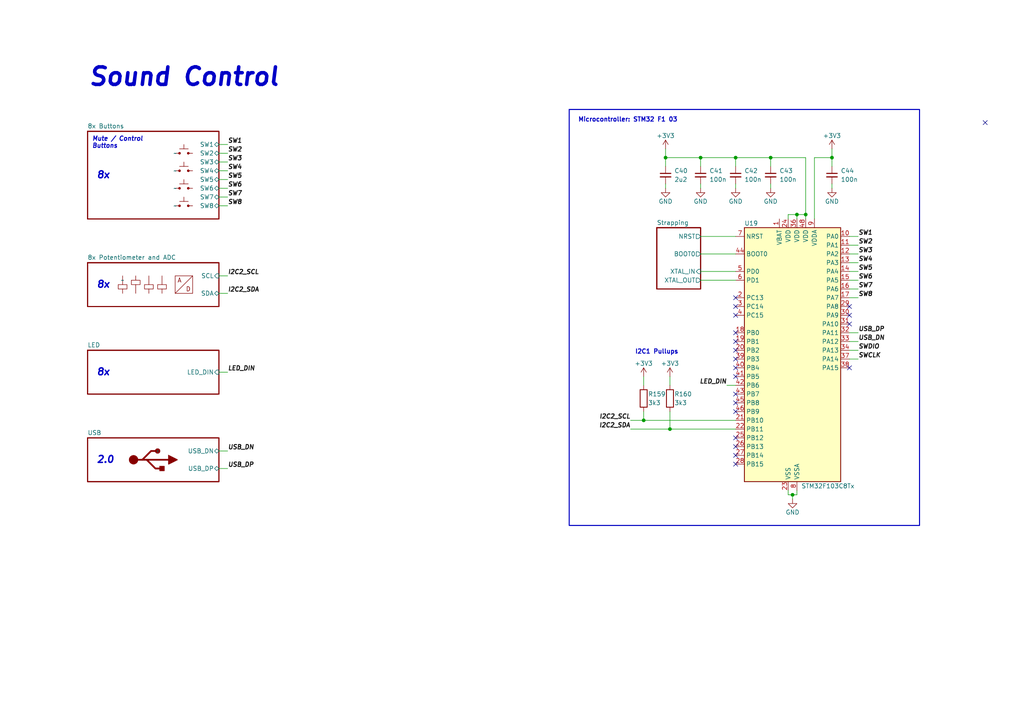
<source format=kicad_sch>
(kicad_sch (version 20230121) (generator eeschema)
  (paper "A4")
  (title_block (title "SoundControl") (date "2024-02-11") (rev "1"))
  (lib_symbols
    (symbol "Device:C_Small" (pin_numbers hide) (pin_names (offset 0.254) hide)
      (property "Reference" "C" (at 0.254 1.778 0))
      (property "Value" "C_Small" (at 0.254 -2.032 0))
      (symbol "C_Small_0_1"
        (polyline (pts (xy -1.524 -0.508) (xy 1.524 -0.508)) (stroke (width 0.3302)))
        (polyline (pts (xy -1.524 0.508) (xy 1.524 0.508)) (stroke (width 0.3048)))
      )
      (symbol "C_Small_1_1"
        (pin passive line (at 0 2.54 270) (length 2.032) (name "~") (number "1"))
        (pin passive line (at 0 -2.54 90) (length 2.032) (name "~") (number "2"))
      )
    )
    (symbol "Device:R" (pin_numbers hide) (pin_names (offset 0))
      (property "Reference" "R" (at 2.032 0 90))
      (property "Value" "R" (at 0 0 90))
      (symbol "R_0_1"
        (rectangle (start -1.016 -2.54) (end 1.016 2.54) (stroke (width 0.254)))
      )
      (symbol "R_1_1"
        (pin passive line (at 0 3.81 270) (length 1.27) (name "~") (number "1"))
        (pin passive line (at 0 -3.81 90) (length 1.27) (name "~") (number "2"))
      )
    )
    (symbol "Graphics:BtnGraph"
      (symbol "BtnGraph_0_1"
        (polyline (pts (xy 0 0) (xy 1.27 0)))
        (polyline (pts (xy 1.27 1.27) (xy 3.81 1.27)))
        (polyline (pts (xy 2.54 2.54) (xy 2.54 1.27)))
        (polyline (pts (xy 5.08 0) (xy 3.81 0)))
      )
      (symbol "BtnGraph_1_1"
        (circle (center 1.27 0) (radius 0.2898) (stroke (width 0) (color 132 0 0 1)) (fill (type outline)))
        (circle (center 3.81 0) (radius 0.2898) (stroke (width 0) (color 132 0 0 1)) (fill (type outline)))
      )
    )
    (symbol "Graphics:PotGraph" (pin_numbers hide) (pin_names (offset 0) hide)
      (symbol "PotGraph_0_1"
        (polyline (pts (xy 1.27 0) (xy 1.27 1.27)))
        (polyline (pts (xy 1.27 5.08) (xy 1.27 2.54)))
        (polyline (pts (xy 5.08 0) (xy 5.08 2.54)))
        (polyline (pts (xy 5.08 5.08) (xy 5.08 3.81)))
        (polyline (pts (xy 8.89 0) (xy 8.89 1.27)))
        (polyline (pts (xy 8.89 5.08) (xy 8.89 2.54)))
        (polyline (pts (xy 12.7 0) (xy 12.7 1.27)))
        (polyline (pts (xy 12.7 5.08) (xy 12.7 2.54)))
        (polyline (pts (xy 16.51 0) (xy 21.59 5.08)))
        (rectangle (start 0 2.54) (end 2.54 1.27))
        (rectangle (start 3.81 3.81) (end 6.35 2.54))
        (rectangle (start 7.62 2.54) (end 10.16 1.27))
        (rectangle (start 13.97 1.27) (end 11.43 2.54))
        (rectangle (start 16.51 5.08) (end 21.59 0))
      )
      (symbol "PotGraph_1_1"
        (text "A" (at 17.78 3.81 0) (effects (font (size 1.27 1.27))))
        (text "D" (at 20.32 1.27 0) (effects (font (size 1.27 1.27))))
      )
    )
    (symbol "Graphics:USBGraph"
      (symbol "USBGraph_0_1"
        (polyline (pts (xy 2.54 -6.985) (xy 2.54 3.175)) (stroke (width 0.508)))
        (polyline (pts (xy 2.54 -4.445) (xy 0 -1.905) (xy 0 -0.635)) (stroke (width 0.508)))
        (polyline (pts (xy 2.54 -3.175) (xy 5.08 -0.635) (xy 5.08 0.635)) (stroke (width 0.508)))
        (polyline (pts (xy 1.27 3.175) (xy 2.54 5.715) (xy 3.81 3.175) (xy 1.27 3.175)) (stroke (width 0.254)) (fill (type outline)))
        (circle (center 0 0) (radius 0.635) (stroke (width 0.254)) (fill (type outline)))
        (circle (center 2.54 -6.985) (radius 1.27) (fill (type outline)))
        (rectangle (start 4.445 0.635) (end 5.715 1.905) (stroke (width 0.254)) (fill (type outline)))
      )
    )
    (symbol "MCU_ST_STM32F1:STM32F103C8Tx"
      (property "Reference" "U" (at -12.7 39.37 0))
      (property "Value" "STM32F103C8Tx" (at 10.16 39.37 0))
      (symbol "STM32F103C8Tx_0_1"
        (rectangle (start -12.7 -35.56) (end 15.24 38.1) (stroke (width 0.254)) (fill (type background)))
      )
      (symbol "STM32F103C8Tx_1_1"
        (pin power_in line (at -2.54 40.64 270) (length 2.54) (name "VBAT") (number "1"))
        (pin bidirectional line (at 17.78 35.56 180) (length 2.54) (name "PA0") (number "10"))
        (pin bidirectional line (at 17.78 33.02 180) (length 2.54) (name "PA1") (number "11"))
        (pin bidirectional line (at 17.78 30.48 180) (length 2.54) (name "PA2") (number "12"))
        (pin bidirectional line (at 17.78 27.94 180) (length 2.54) (name "PA3") (number "13"))
        (pin bidirectional line (at 17.78 25.4 180) (length 2.54) (name "PA4") (number "14"))
        (pin bidirectional line (at 17.78 22.86 180) (length 2.54) (name "PA5") (number "15"))
        (pin bidirectional line (at 17.78 20.32 180) (length 2.54) (name "PA6") (number "16"))
        (pin bidirectional line (at 17.78 17.78 180) (length 2.54) (name "PA7") (number "17"))
        (pin bidirectional line (at -15.24 7.62 0) (length 2.54) (name "PB0") (number "18"))
        (pin bidirectional line (at -15.24 5.08 0) (length 2.54) (name "PB1") (number "19"))
        (pin bidirectional line (at -15.24 17.78 0) (length 2.54) (name "PC13") (number "2"))
        (pin bidirectional line (at -15.24 2.54 0) (length 2.54) (name "PB2") (number "20"))
        (pin bidirectional line (at -15.24 -17.78 0) (length 2.54) (name "PB10") (number "21"))
        (pin bidirectional line (at -15.24 -20.32 0) (length 2.54) (name "PB11") (number "22"))
        (pin power_in line (at 0 -38.1 90) (length 2.54) (name "VSS") (number "23"))
        (pin power_in line (at 0 40.64 270) (length 2.54) (name "VDD") (number "24"))
        (pin bidirectional line (at -15.24 -22.86 0) (length 2.54) (name "PB12") (number "25"))
        (pin bidirectional line (at -15.24 -25.4 0) (length 2.54) (name "PB13") (number "26"))
        (pin bidirectional line (at -15.24 -27.94 0) (length 2.54) (name "PB14") (number "27"))
        (pin bidirectional line (at -15.24 -30.48 0) (length 2.54) (name "PB15") (number "28"))
        (pin bidirectional line (at 17.78 15.24 180) (length 2.54) (name "PA8") (number "29"))
        (pin bidirectional line (at -15.24 15.24 0) (length 2.54) (name "PC14") (number "3"))
        (pin bidirectional line (at 17.78 12.7 180) (length 2.54) (name "PA9") (number "30"))
        (pin bidirectional line (at 17.78 10.16 180) (length 2.54) (name "PA10") (number "31"))
        (pin bidirectional line (at 17.78 7.62 180) (length 2.54) (name "PA11") (number "32"))
        (pin bidirectional line (at 17.78 5.08 180) (length 2.54) (name "PA12") (number "33"))
        (pin bidirectional line (at 17.78 2.54 180) (length 2.54) (name "PA13") (number "34"))
        (pin passive line (at 0 -38.1 90) (length 2.54) hide (name "VSS") (number "35"))
        (pin power_in line (at 2.54 40.64 270) (length 2.54) (name "VDD") (number "36"))
        (pin bidirectional line (at 17.78 0 180) (length 2.54) (name "PA14") (number "37"))
        (pin bidirectional line (at 17.78 -2.54 180) (length 2.54) (name "PA15") (number "38"))
        (pin bidirectional line (at -15.24 0 0) (length 2.54) (name "PB3") (number "39"))
        (pin bidirectional line (at -15.24 12.7 0) (length 2.54) (name "PC15") (number "4"))
        (pin bidirectional line (at -15.24 -2.54 0) (length 2.54) (name "PB4") (number "40"))
        (pin bidirectional line (at -15.24 -5.08 0) (length 2.54) (name "PB5") (number "41"))
        (pin bidirectional line (at -15.24 -7.62 0) (length 2.54) (name "PB6") (number "42"))
        (pin bidirectional line (at -15.24 -10.16 0) (length 2.54) (name "PB7") (number "43"))
        (pin input line (at -15.24 30.48 0) (length 2.54) (name "BOOT0") (number "44"))
        (pin bidirectional line (at -15.24 -12.7 0) (length 2.54) (name "PB8") (number "45"))
        (pin bidirectional line (at -15.24 -15.24 0) (length 2.54) (name "PB9") (number "46"))
        (pin passive line (at 0 -38.1 90) (length 2.54) hide (name "VSS") (number "47"))
        (pin power_in line (at 5.08 40.64 270) (length 2.54) (name "VDD") (number "48"))
        (pin bidirectional line (at -15.24 25.4 0) (length 2.54) (name "PD0") (number "5"))
        (pin bidirectional line (at -15.24 22.86 0) (length 2.54) (name "PD1") (number "6"))
        (pin input line (at -15.24 35.56 0) (length 2.54) (name "NRST") (number "7"))
        (pin power_in line (at 2.54 -38.1 90) (length 2.54) (name "VSSA") (number "8"))
        (pin power_in line (at 7.62 40.64 270) (length 2.54) (name "VDDA") (number "9"))
      )
    )
    (symbol "power:+3V3" (power) (pin_names (offset 0))
      (property "Value" "+3V3" (at 0 3.556 0))
      (symbol "+3V3_0_1"
        (polyline (pts (xy -0.762 1.27) (xy 0 2.54)))
        (polyline (pts (xy 0 0) (xy 0 2.54)))
        (polyline (pts (xy 0 2.54) (xy 0.762 1.27)))
      )
      (symbol "+3V3_1_1"
        (pin power_in line (at 0 0 90) (length 0) hide (name "+3V3") (number "1"))
      )
    )
    (symbol "power:GND" (power) (pin_names (offset 0))
      (property "Value" "GND" (at 0 -3.81 0))
      (symbol "GND_0_1"
        (polyline (pts (xy 0 0) (xy 0 -1.27) (xy 1.27 -1.27) (xy 0 -2.54) (xy -1.27 -1.27) (xy 0 -1.27)))
      )
      (symbol "GND_1_1"
        (pin power_in line (at 0 0 270) (length 0) hide (name "GND") (number "1"))
      )
    )
  )
  (junction (at 241.3 45.72))
  (junction (at 203.2 45.72))
  (junction (at 194.31 124.46))
  (junction (at 186.69 121.92))
  (junction (at 233.68 62.23))
  (junction (at 213.36 45.72))
  (junction (at 193.04 45.72))
  (junction (at 223.52 45.72))
  (junction (at 229.87 143.51))
  (junction (at 231.14 62.23))
  (no_connect (at 213.36 119.38))
  (no_connect (at 213.36 114.3))
  (no_connect (at 213.36 86.36))
  (no_connect (at 213.36 91.44))
  (no_connect (at 213.36 109.22))
  (no_connect (at 213.36 96.52))
  (no_connect (at 213.36 99.06))
  (no_connect (at 246.38 106.68))
  (no_connect (at 213.36 116.84))
  (no_connect (at 246.38 93.98))
  (no_connect (at 213.36 134.62))
  (no_connect (at 213.36 88.9))
  (no_connect (at 213.36 104.14))
  (no_connect (at 213.36 101.6))
  (no_connect (at 246.38 88.9))
  (no_connect (at 213.36 132.08))
  (no_connect (at 213.36 106.68))
  (no_connect (at 285.75 35.56))
  (no_connect (at 213.36 129.54))
  (no_connect (at 246.38 91.44))
  (no_connect (at 213.36 127))
  (wire (pts (xy 193.04 45.72) (xy 203.2 45.72)))
  (wire (pts (xy 186.69 109.22) (xy 186.69 111.76)))
  (wire (pts (xy 229.87 143.51) (xy 228.6 143.51)))
  (wire (pts (xy 241.3 43.18) (xy 241.3 45.72)))
  (wire (pts (xy 233.68 63.5) (xy 233.68 62.23)))
  (wire (pts (xy 63.5 49.53) (xy 66.04 49.53)))
  (wire (pts (xy 229.87 143.51) (xy 229.87 144.78)))
  (wire (pts (xy 186.69 121.92) (xy 213.36 121.92)))
  (wire (pts (xy 63.5 107.95) (xy 66.04 107.95)))
  (wire (pts (xy 231.14 62.23) (xy 228.6 62.23)))
  (wire (pts (xy 231.14 143.51) (xy 229.87 143.51)))
  (wire (pts (xy 194.31 119.38) (xy 194.31 124.46)))
  (wire (pts (xy 231.14 62.23) (xy 231.14 63.5)))
  (wire (pts (xy 231.14 142.24) (xy 231.14 143.51)))
  (wire (pts (xy 63.5 54.61) (xy 66.04 54.61)))
  (wire (pts (xy 203.2 45.72) (xy 213.36 45.72)))
  (wire (pts (xy 182.88 121.92) (xy 186.69 121.92)))
  (wire (pts (xy 203.2 73.66) (xy 213.36 73.66)))
  (wire (pts (xy 182.88 124.46) (xy 194.31 124.46)))
  (wire (pts (xy 223.52 45.72) (xy 223.52 48.26)))
  (wire (pts (xy 203.2 78.74) (xy 213.36 78.74)))
  (wire (pts (xy 241.3 45.72) (xy 241.3 48.26)))
  (wire (pts (xy 63.5 41.91) (xy 66.04 41.91)))
  (wire (pts (xy 248.92 83.82) (xy 246.38 83.82)))
  (wire (pts (xy 194.31 109.22) (xy 194.31 111.76)))
  (wire (pts (xy 203.2 54.61) (xy 203.2 53.34)))
  (wire (pts (xy 248.92 76.2) (xy 246.38 76.2)))
  (wire (pts (xy 63.5 52.07) (xy 66.04 52.07)))
  (wire (pts (xy 186.69 119.38) (xy 186.69 121.92)))
  (wire (pts (xy 203.2 45.72) (xy 203.2 48.26)))
  (wire (pts (xy 248.92 71.12) (xy 246.38 71.12)))
  (wire (pts (xy 246.38 104.14) (xy 248.92 104.14)))
  (wire (pts (xy 246.38 101.6) (xy 248.92 101.6)))
  (wire (pts (xy 213.36 45.72) (xy 213.36 48.26)))
  (wire (pts (xy 63.5 130.81) (xy 66.04 130.81)))
  (wire (pts (xy 228.6 142.24) (xy 228.6 143.51)))
  (wire (pts (xy 194.31 124.46) (xy 213.36 124.46)))
  (wire (pts (xy 66.04 135.89) (xy 63.5 135.89)))
  (wire (pts (xy 223.52 54.61) (xy 223.52 53.34)))
  (wire (pts (xy 63.5 44.45) (xy 66.04 44.45)))
  (wire (pts (xy 248.92 81.28) (xy 246.38 81.28)))
  (wire (pts (xy 213.36 54.61) (xy 213.36 53.34)))
  (wire (pts (xy 248.92 68.58) (xy 246.38 68.58)))
  (wire (pts (xy 236.22 45.72) (xy 241.3 45.72)))
  (wire (pts (xy 193.04 54.61) (xy 193.04 53.34)))
  (wire (pts (xy 246.38 99.06) (xy 248.92 99.06)))
  (wire (pts (xy 63.5 85.09) (xy 66.04 85.09)))
  (wire (pts (xy 241.3 54.61) (xy 241.3 53.34)))
  (wire (pts (xy 236.22 45.72) (xy 236.22 63.5)))
  (wire (pts (xy 228.6 62.23) (xy 228.6 63.5)))
  (wire (pts (xy 213.36 45.72) (xy 223.52 45.72)))
  (wire (pts (xy 210.82 111.76) (xy 213.36 111.76)))
  (wire (pts (xy 203.2 81.28) (xy 213.36 81.28)))
  (wire (pts (xy 63.5 46.99) (xy 66.04 46.99)))
  (wire (pts (xy 203.2 68.58) (xy 213.36 68.58)))
  (wire (pts (xy 63.5 59.69) (xy 66.04 59.69)))
  (wire (pts (xy 193.04 45.72) (xy 193.04 48.26)))
  (wire (pts (xy 248.92 73.66) (xy 246.38 73.66)))
  (wire (pts (xy 233.68 62.23) (xy 231.14 62.23)))
  (wire (pts (xy 248.92 78.74) (xy 246.38 78.74)))
  (wire (pts (xy 246.38 96.52) (xy 248.92 96.52)))
  (wire (pts (xy 63.5 57.15) (xy 66.04 57.15)))
  (wire (pts (xy 223.52 45.72) (xy 233.68 45.72)))
  (wire (pts (xy 248.92 86.36) (xy 246.38 86.36)))
  (wire (pts (xy 63.5 80.01) (xy 66.04 80.01)))
  (wire (pts (xy 193.04 43.18) (xy 193.04 45.72)))
  (wire (pts (xy 233.68 45.72) (xy 233.68 62.23)))
  (rectangle (start 165.1 31.75) (end 266.7 152.4) (stroke (width 0.3)))
  (text "8x" (at 27.94 109.22 0) (effects (font (size 2 2) bold italic) (justify left bottom)))
  (text "Mute / Control\nButtons" (at 26.67 43.18 0) (effects (font (size 1.27 1.27) bold italic) (justify left bottom)))
  (text "2.0" (at 27.94 134.62 0) (effects (font (size 2 2) bold italic) (justify left bottom)))
  (text "Microcontroller: STM32 F1 03" (at 167.64 35.56 0) (effects (font (size 1.27 1.27) (thickness 0.254) bold) (justify left bottom)))
  (text "8x" (at 27.94 52.07 0) (effects (font (size 2 2) bold italic) (justify left bottom)))
  (text "Sound Control" (at 25.4 25.4 0) (effects (font (size 5.08 5.08) bold italic) (justify left bottom)))
  (text "I2C1 Pullups" (at 184.15 102.87 0) (effects (font (size 1.27 1.27) (thickness 0.254) bold) (justify left bottom)))
  (text "8x" (at 27.94 83.82 0) (effects (font (size 2 2) bold italic) (justify left bottom)))
  (label "SW7" (at 248.92 83.82 0) (effects (font bold italic)))
  (label "SW8" (at 66.04 59.69 0) (effects (font bold italic)))
  (label "I2C2_SDA" (at 182.88 124.46 180) (effects (font (thickness 0.254) bold italic)))
  (label "SW5" (at 66.04 52.07 0) (effects (font bold italic)))
  (label "USB_DP" (at 248.92 96.52 0) (effects (font (thickness 0.254) bold italic)))
  (label "SW8" (at 248.92 86.36 0) (effects (font bold italic)))
  (label "SWCLK" (at 248.92 104.14 0) (effects (font bold italic)))
  (label "SW4" (at 66.04 49.53 0) (effects (font bold italic)))
  (label "SW5" (at 248.92 78.74 0) (effects (font bold italic)))
  (label "USB_DN" (at 66.04 130.81 0) (effects (font (thickness 0.254) bold italic)))
  (label "SW3" (at 66.04 46.99 0) (effects (font bold italic)))
  (label "SWDIO" (at 248.92 101.6 0) (effects (font bold italic)))
  (label "SW2" (at 66.04 44.45 0) (effects (font bold italic)))
  (label "SW6" (at 248.92 81.28 0) (effects (font bold italic)))
  (label "USB_DN" (at 248.92 99.06 0) (effects (font (thickness 0.254) bold italic)))
  (label "SW1" (at 248.92 68.58 0) (effects (font bold italic)))
  (label "SW2" (at 248.92 71.12 0) (effects (font bold italic)))
  (label "LED_DIN" (at 210.82 111.76 180) (effects (font bold italic)))
  (label "SW7" (at 66.04 57.15 0) (effects (font bold italic)))
  (label "SW4" (at 248.92 76.2 0) (effects (font bold italic)))
  (label "SW3" (at 248.92 73.66 0) (effects (font bold italic)))
  (label "I2C2_SCL" (at 66.04 80.01 0) (effects (font (thickness 0.254) bold italic)))
  (label "I2C2_SDA" (at 66.04 85.09 0) (effects (font (thickness 0.254) bold italic)))
  (label "I2C2_SCL" (at 182.88 121.92 180) (effects (font (thickness 0.254) bold italic)))
  (label "LED_DIN" (at 66.04 107.95 0) (effects (font bold italic)))
  (label "USB_DP" (at 66.04 135.89 0) (effects (font (thickness 0.254) bold italic)))
  (label "SW1" (at 66.04 41.91 0) (effects (font bold italic)))
  (label "SW6" (at 66.04 54.61 0) (effects (font bold italic)))
  (symbol (lib_id "power:GND") (at 241.3 54.61 0) (unit 1)
    (property "Reference" "#PWR0145" (effects hide))
    (property "Value" "GND" (at 241.3 58.42 0))
  )
  (symbol (lib_id "power:GND") (at 229.87 144.78 0) (unit 1)
    (property "Reference" "#PWR0148" (effects hide))
    (property "Value" "GND" (at 229.87 148.59 0))
  )
  (symbol (lib_id "Device:C_Small") (at 193.04 50.8 0) (unit 1)
    (property "Reference" "C40" (at 195.58 49.5363 0) (effects (justify left)))
    (property "Value" "2u2" (at 195.58 52.07 0) (effects (justify left)))
    (property "Footprint" "Capacitor_SMD:C_1206_3216Metric_Pad1.33x1.80mm_HandSolder" (effects hide))
  )
  (symbol (lib_id "Device:C_Small") (at 223.52 50.8 0) (unit 1)
    (property "Reference" "C43" (at 226.06 49.5363 0) (effects (justify left)))
    (property "Value" "100n" (at 226.06 52.07 0) (effects (justify left)))
    (property "Footprint" "Capacitor_SMD:C_1206_3216Metric_Pad1.33x1.80mm_HandSolder" (effects hide))
  )
  (symbol (lib_id "MCU_ST_STM32F1:STM32F103C8Tx") (at 228.6 104.14 0) (unit 1)
    (property "Reference" "U19" (at 215.9 64.77 0) (effects (justify left)))
    (property "Value" "STM32F103C8Tx" (at 232.41 140.97 0) (effects (justify left)))
    (property "Footprint" "Package_QFP:LQFP-48_7x7mm_P0.5mm" (effects hide))
    (property "Datasheet" "https://www.st.com/resource/en/datasheet/stm32f103c8.pdf" (effects hide))
  )
  (symbol (lib_id "Graphics:BtnGraph") (at 50.8 49.53 0) (unit 1) (in_bom no) (on_board no)
    (property "Reference" "A2" (effects hide))
    (property "Value" "~" (at 50.8 49.53 0))
    (property "Sim.Enable" "0" (effects hide))
  )
  (symbol (lib_id "power:GND") (at 223.52 54.61 0) (unit 1)
    (property "Reference" "#PWR0144" (effects hide))
    (property "Value" "GND" (at 223.52 58.42 0))
  )
  (symbol (lib_id "Device:C_Small") (at 203.2 50.8 0) (unit 1)
    (property "Reference" "C41" (at 205.74 49.5363 0) (effects (justify left)))
    (property "Value" "100n" (at 205.74 52.07 0) (effects (justify left)))
    (property "Footprint" "Capacitor_SMD:C_1206_3216Metric_Pad1.33x1.80mm_HandSolder" (effects hide))
  )
  (symbol (lib_id "power:GND") (at 203.2 54.61 0) (unit 1)
    (property "Reference" "#PWR0142" (effects hide))
    (property "Value" "GND" (at 203.2 58.42 0))
  )
  (symbol (lib_id "Device:R") (at 186.69 115.57 0) (unit 1)
    (property "Reference" "R159" (at 187.96 114.3 0) (effects (justify left)))
    (property "Value" "3k3" (at 187.96 116.84 0) (effects (justify left)))
    (property "Footprint" "Resistor_SMD:R_1206_3216Metric_Pad1.30x1.75mm_HandSolder" (effects hide))
  )
  (symbol (lib_id "power:GND") (at 193.04 54.61 0) (unit 1)
    (property "Reference" "#PWR0141" (effects hide))
    (property "Value" "GND" (at 193.04 58.42 0))
  )
  (symbol (lib_id "power:+3V3") (at 186.69 109.22 0) (unit 1)
    (property "Reference" "#PWR0146" (effects hide))
    (property "Value" "+3V3" (at 186.69 105.41 0))
  )
  (symbol (lib_id "Graphics:BtnGraph") (at 50.8 59.69 0) (unit 1) (in_bom no) (on_board no)
    (property "Reference" "A4" (effects hide))
    (property "Value" "~" (at 50.8 59.69 0))
    (property "Sim.Enable" "0" (effects hide))
  )
  (symbol (lib_id "power:+3V3") (at 194.31 109.22 0) (unit 1)
    (property "Reference" "#PWR0147" (effects hide))
    (property "Value" "+3V3" (at 194.31 105.41 0))
  )
  (symbol (lib_id "Graphics:USBGraph") (at 45.72 130.81 270) (unit 1) (in_bom no) (on_board no)
    (property "Reference" "A6" (effects hide))
    (property "Value" "~" (at 45.72 130.81 0))
    (property "Sim.Enable" "0" (effects hide))
  )
  (symbol (lib_id "Device:R") (at 194.31 115.57 0) (unit 1)
    (property "Reference" "R160" (at 195.58 114.3 0) (effects (justify left)))
    (property "Value" "3k3" (at 195.58 116.84 0) (effects (justify left)))
    (property "Footprint" "Resistor_SMD:R_1206_3216Metric_Pad1.30x1.75mm_HandSolder" (effects hide))
  )
  (symbol (lib_id "power:+3V3") (at 193.04 43.18 0) (unit 1)
    (property "Reference" "#PWR0139" (effects hide))
    (property "Value" "+3V3" (at 193.04 39.37 0))
  )
  (symbol (lib_id "Graphics:BtnGraph") (at 50.8 44.45 0) (unit 1) (in_bom no) (on_board no)
    (property "Reference" "A1" (effects hide))
    (property "Value" "~" (at 50.8 44.45 0))
    (property "Sim.Enable" "0" (effects hide))
  )
  (symbol (lib_id "Graphics:BtnGraph") (at 50.8 54.61 0) (unit 1) (in_bom no) (on_board no)
    (property "Reference" "A3" (effects hide))
    (property "Value" "~" (at 50.8 54.61 0))
    (property "Sim.Enable" "0" (effects hide))
  )
  (symbol (lib_id "Graphics:PotGraph") (at 34.29 85.09 0) (unit 1) (in_bom no) (on_board no)
    (property "Reference" "A5" (effects hide))
    (property "Value" "~" (at 35.56 81.28 0))
    (property "Sim.Enable" "0" (effects hide))
  )
  (symbol (lib_id "power:GND") (at 213.36 54.61 0) (unit 1)
    (property "Reference" "#PWR0143" (effects hide))
    (property "Value" "GND" (at 213.36 58.42 0))
  )
  (symbol (lib_id "Device:C_Small") (at 241.3 50.8 0) (unit 1)
    (property "Reference" "C44" (at 243.84 49.5363 0) (effects (justify left)))
    (property "Value" "100n" (at 243.84 52.07 0) (effects (justify left)))
    (property "Footprint" "Capacitor_SMD:C_1206_3216Metric_Pad1.33x1.80mm_HandSolder" (effects hide))
  )
  (symbol (lib_id "Device:C_Small") (at 213.36 50.8 0) (unit 1)
    (property "Reference" "C42" (at 215.9 49.5363 0) (effects (justify left)))
    (property "Value" "100n" (at 215.9 52.07 0) (effects (justify left)))
    (property "Footprint" "Capacitor_SMD:C_1206_3216Metric_Pad1.33x1.80mm_HandSolder" (effects hide))
  )
  (symbol (lib_id "power:+3V3") (at 241.3 43.18 0) (unit 1)
    (property "Reference" "#PWR0140" (effects hide))
    (property "Value" "+3V3" (at 241.3 39.37 0))
  )
  (sheet (at 190.5 66.04) (size 12.7 17.78) (stroke (width 0.3))
    (property "Sheetname" "Strapping" (at 190.5 65.3284 0) (effects (justify left bottom)))
    (property "Sheetfile" "strapping.kicad_sch" (effects hide))
    (pin "NRST" output (at 203.2 68.58 0))
    (pin "BOOT0" output (at 203.2 73.66 0))
    (pin "XTAL_IN" input (at 203.2 78.74 0))
    (pin "XTAL_OUT" output (at 203.2 81.28 0))
  )
  (sheet (at 25.4 38.1) (size 38.1 25.4) (stroke (width 0.3))
    (property "Sheetname" "8x Buttons" (at 25.4 37.3146 0) (effects (justify left bottom)))
    (property "Sheetfile" "buttons.kicad_sch" (effects hide))
    (pin "SW2" bidirectional (at 63.5 44.45 0))
    (pin "SW1" bidirectional (at 63.5 41.91 0))
    (pin "SW6" bidirectional (at 63.5 54.61 0))
    (pin "SW5" bidirectional (at 63.5 52.07 0))
    (pin "SW7" bidirectional (at 63.5 57.15 0))
    (pin "SW3" bidirectional (at 63.5 46.99 0))
    (pin "SW8" bidirectional (at 63.5 59.69 0))
    (pin "SW4" bidirectional (at 63.5 49.53 0))
  )
  (sheet (at 25.4 127) (size 38.1 12.7) (stroke (width 0.3))
    (property "Sheetname" "USB" (at 25.4 126.2646 0) (effects (justify left bottom)))
    (property "Sheetfile" "usb.kicad_sch" (effects hide))
    (pin "USB_DN" bidirectional (at 63.5 130.81 0))
    (pin "USB_DP" bidirectional (at 63.5 135.89 0))
  )
  (sheet (at 25.4 76.2) (size 38.1 12.7) (stroke (width 0.3))
    (property "Sheetname" "8x Potentiometer and ADC" (at 25.4 75.4146 0) (effects (justify left bottom)))
    (property "Sheetfile" "potis.kicad_sch" (effects hide))
    (pin "SCL" input (at 63.5 80.01 0))
    (pin "SDA" bidirectional (at 63.5 85.09 0))
  )
  (sheet (at 25.4 101.6) (size 38.1 12.7) (stroke (width 0.3))
    (property "Sheetname" "LED" (at 25.4 100.8146 0) (effects (justify left bottom)))
    (property "Sheetfile" "led.kicad_sch" (effects hide))
    (pin "LED_DIN" input (at 63.5 107.95 0))
  )
)
</source>
